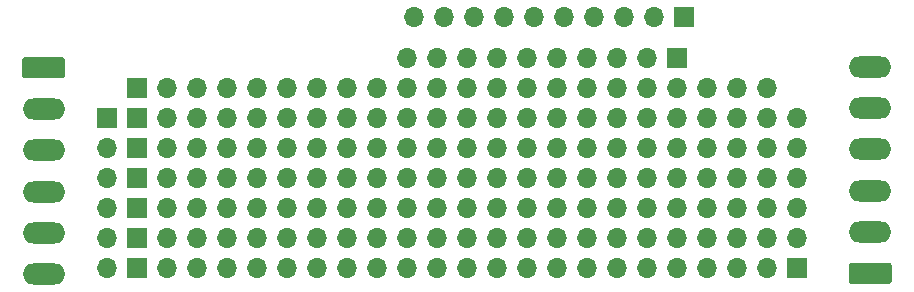
<source format=gbr>
G04 #@! TF.GenerationSoftware,KiCad,Pcbnew,(5.1.4)-1*
G04 #@! TF.CreationDate,2022-11-05T07:13:54+01:00*
G04 #@! TF.ProjectId,REG1-App-Universal,52454731-2d41-4707-902d-556e69766572,V00.02*
G04 #@! TF.SameCoordinates,Original*
G04 #@! TF.FileFunction,Copper,L1,Top*
G04 #@! TF.FilePolarity,Positive*
%FSLAX46Y46*%
G04 Gerber Fmt 4.6, Leading zero omitted, Abs format (unit mm)*
G04 Created by KiCad (PCBNEW (5.1.4)-1) date 2022-11-05 07:13:54*
%MOMM*%
%LPD*%
G04 APERTURE LIST*
%ADD10O,1.700000X1.700000*%
%ADD11R,1.700000X1.700000*%
%ADD12O,3.600000X1.800000*%
%ADD13C,0.100000*%
%ADD14C,1.800000*%
G04 APERTURE END LIST*
D10*
X137780000Y-115560000D03*
X135240000Y-115560000D03*
X132700000Y-115560000D03*
X130160000Y-115560000D03*
X127620000Y-115560000D03*
X125080000Y-115560000D03*
X122540000Y-115560000D03*
X120000000Y-115560000D03*
X117460000Y-115560000D03*
X114920000Y-115560000D03*
X112380000Y-115560000D03*
X109840000Y-115560000D03*
X107300000Y-115560000D03*
X104760000Y-115560000D03*
X102220000Y-115560000D03*
X99680000Y-115560000D03*
X97140000Y-115560000D03*
X94600000Y-115560000D03*
X92060000Y-115560000D03*
X89520000Y-115560000D03*
X86980000Y-115560000D03*
D11*
X84440000Y-115560000D03*
D10*
X137780000Y-100320000D03*
X135240000Y-100320000D03*
X132700000Y-100320000D03*
X130160000Y-100320000D03*
X127620000Y-100320000D03*
X125080000Y-100320000D03*
X122540000Y-100320000D03*
X120000000Y-100320000D03*
X117460000Y-100320000D03*
X114920000Y-100320000D03*
X112380000Y-100320000D03*
X109840000Y-100320000D03*
X107300000Y-100320000D03*
X104760000Y-100320000D03*
X102220000Y-100320000D03*
X99680000Y-100320000D03*
X97140000Y-100320000D03*
X94600000Y-100320000D03*
X92060000Y-100320000D03*
X89520000Y-100320000D03*
X86980000Y-100320000D03*
D11*
X84440000Y-100320000D03*
D10*
X137780000Y-102860000D03*
X135240000Y-102860000D03*
X132700000Y-102860000D03*
X130160000Y-102860000D03*
X127620000Y-102860000D03*
X125080000Y-102860000D03*
X122540000Y-102860000D03*
X120000000Y-102860000D03*
X117460000Y-102860000D03*
X114920000Y-102860000D03*
X112380000Y-102860000D03*
X109840000Y-102860000D03*
X107300000Y-102860000D03*
X104760000Y-102860000D03*
X102220000Y-102860000D03*
X99680000Y-102860000D03*
X97140000Y-102860000D03*
X94600000Y-102860000D03*
X92060000Y-102860000D03*
X89520000Y-102860000D03*
X86980000Y-102860000D03*
D11*
X84440000Y-102860000D03*
D10*
X137780000Y-105400000D03*
X135240000Y-105400000D03*
X132700000Y-105400000D03*
X130160000Y-105400000D03*
X127620000Y-105400000D03*
X125080000Y-105400000D03*
X122540000Y-105400000D03*
X120000000Y-105400000D03*
X117460000Y-105400000D03*
X114920000Y-105400000D03*
X112380000Y-105400000D03*
X109840000Y-105400000D03*
X107300000Y-105400000D03*
X104760000Y-105400000D03*
X102220000Y-105400000D03*
X99680000Y-105400000D03*
X97140000Y-105400000D03*
X94600000Y-105400000D03*
X92060000Y-105400000D03*
X89520000Y-105400000D03*
X86980000Y-105400000D03*
D11*
X84440000Y-105400000D03*
D10*
X137780000Y-107940000D03*
X135240000Y-107940000D03*
X132700000Y-107940000D03*
X130160000Y-107940000D03*
X127620000Y-107940000D03*
X125080000Y-107940000D03*
X122540000Y-107940000D03*
X120000000Y-107940000D03*
X117460000Y-107940000D03*
X114920000Y-107940000D03*
X112380000Y-107940000D03*
X109840000Y-107940000D03*
X107300000Y-107940000D03*
X104760000Y-107940000D03*
X102220000Y-107940000D03*
X99680000Y-107940000D03*
X97140000Y-107940000D03*
X94600000Y-107940000D03*
X92060000Y-107940000D03*
X89520000Y-107940000D03*
X86980000Y-107940000D03*
D11*
X84440000Y-107940000D03*
D10*
X137780000Y-110480000D03*
X135240000Y-110480000D03*
X132700000Y-110480000D03*
X130160000Y-110480000D03*
X127620000Y-110480000D03*
X125080000Y-110480000D03*
X122540000Y-110480000D03*
X120000000Y-110480000D03*
X117460000Y-110480000D03*
X114920000Y-110480000D03*
X112380000Y-110480000D03*
X109840000Y-110480000D03*
X107300000Y-110480000D03*
X104760000Y-110480000D03*
X102220000Y-110480000D03*
X99680000Y-110480000D03*
X97140000Y-110480000D03*
X94600000Y-110480000D03*
X92060000Y-110480000D03*
X89520000Y-110480000D03*
X86980000Y-110480000D03*
D11*
X84440000Y-110480000D03*
D10*
X137780000Y-113020000D03*
X135240000Y-113020000D03*
X132700000Y-113020000D03*
X130160000Y-113020000D03*
X127620000Y-113020000D03*
X125080000Y-113020000D03*
X122540000Y-113020000D03*
X120000000Y-113020000D03*
X117460000Y-113020000D03*
X114920000Y-113020000D03*
X112380000Y-113020000D03*
X109840000Y-113020000D03*
X107300000Y-113020000D03*
X104760000Y-113020000D03*
X102220000Y-113020000D03*
X99680000Y-113020000D03*
X97140000Y-113020000D03*
X94600000Y-113020000D03*
X92060000Y-113020000D03*
X89520000Y-113020000D03*
X86980000Y-113020000D03*
D11*
X84440000Y-113020000D03*
D10*
X140320000Y-102860000D03*
X140320000Y-105400000D03*
X140320000Y-107940000D03*
X140320000Y-110480000D03*
X140320000Y-113020000D03*
D11*
X140320000Y-115560000D03*
D10*
X107300000Y-97780000D03*
X109840000Y-97780000D03*
X112380000Y-97780000D03*
X114920000Y-97780000D03*
X117460000Y-97780000D03*
X120000000Y-97780000D03*
X122540000Y-97780000D03*
X125080000Y-97780000D03*
X127620000Y-97780000D03*
D11*
X130160000Y-97780000D03*
D10*
X81900000Y-115560000D03*
X81900000Y-113020000D03*
X81900000Y-110480000D03*
X81900000Y-107940000D03*
X81900000Y-105400000D03*
D11*
X81900000Y-102860000D03*
D10*
X107900000Y-94300000D03*
X110440000Y-94300000D03*
X112980000Y-94300000D03*
X115520000Y-94300000D03*
X118060000Y-94300000D03*
X120600000Y-94300000D03*
X123140000Y-94300000D03*
X125680000Y-94300000D03*
X128220000Y-94300000D03*
D11*
X130760000Y-94300000D03*
D12*
X146500000Y-98500000D03*
X146500000Y-102000000D03*
X146500000Y-105500000D03*
X146500000Y-109000000D03*
X146500000Y-112500000D03*
D13*
G36*
X148074504Y-115101204D02*
G01*
X148098773Y-115104804D01*
X148122571Y-115110765D01*
X148145671Y-115119030D01*
X148167849Y-115129520D01*
X148188893Y-115142133D01*
X148208598Y-115156747D01*
X148226777Y-115173223D01*
X148243253Y-115191402D01*
X148257867Y-115211107D01*
X148270480Y-115232151D01*
X148280970Y-115254329D01*
X148289235Y-115277429D01*
X148295196Y-115301227D01*
X148298796Y-115325496D01*
X148300000Y-115350000D01*
X148300000Y-116650000D01*
X148298796Y-116674504D01*
X148295196Y-116698773D01*
X148289235Y-116722571D01*
X148280970Y-116745671D01*
X148270480Y-116767849D01*
X148257867Y-116788893D01*
X148243253Y-116808598D01*
X148226777Y-116826777D01*
X148208598Y-116843253D01*
X148188893Y-116857867D01*
X148167849Y-116870480D01*
X148145671Y-116880970D01*
X148122571Y-116889235D01*
X148098773Y-116895196D01*
X148074504Y-116898796D01*
X148050000Y-116900000D01*
X144950000Y-116900000D01*
X144925496Y-116898796D01*
X144901227Y-116895196D01*
X144877429Y-116889235D01*
X144854329Y-116880970D01*
X144832151Y-116870480D01*
X144811107Y-116857867D01*
X144791402Y-116843253D01*
X144773223Y-116826777D01*
X144756747Y-116808598D01*
X144742133Y-116788893D01*
X144729520Y-116767849D01*
X144719030Y-116745671D01*
X144710765Y-116722571D01*
X144704804Y-116698773D01*
X144701204Y-116674504D01*
X144700000Y-116650000D01*
X144700000Y-115350000D01*
X144701204Y-115325496D01*
X144704804Y-115301227D01*
X144710765Y-115277429D01*
X144719030Y-115254329D01*
X144729520Y-115232151D01*
X144742133Y-115211107D01*
X144756747Y-115191402D01*
X144773223Y-115173223D01*
X144791402Y-115156747D01*
X144811107Y-115142133D01*
X144832151Y-115129520D01*
X144854329Y-115119030D01*
X144877429Y-115110765D01*
X144901227Y-115104804D01*
X144925496Y-115101204D01*
X144950000Y-115100000D01*
X148050000Y-115100000D01*
X148074504Y-115101204D01*
X148074504Y-115101204D01*
G37*
D14*
X146500000Y-116000000D03*
D12*
X76500000Y-116100000D03*
X76500000Y-112600000D03*
X76500000Y-109100000D03*
X76500000Y-105600000D03*
X76500000Y-102100000D03*
D13*
G36*
X78074504Y-97701204D02*
G01*
X78098773Y-97704804D01*
X78122571Y-97710765D01*
X78145671Y-97719030D01*
X78167849Y-97729520D01*
X78188893Y-97742133D01*
X78208598Y-97756747D01*
X78226777Y-97773223D01*
X78243253Y-97791402D01*
X78257867Y-97811107D01*
X78270480Y-97832151D01*
X78280970Y-97854329D01*
X78289235Y-97877429D01*
X78295196Y-97901227D01*
X78298796Y-97925496D01*
X78300000Y-97950000D01*
X78300000Y-99250000D01*
X78298796Y-99274504D01*
X78295196Y-99298773D01*
X78289235Y-99322571D01*
X78280970Y-99345671D01*
X78270480Y-99367849D01*
X78257867Y-99388893D01*
X78243253Y-99408598D01*
X78226777Y-99426777D01*
X78208598Y-99443253D01*
X78188893Y-99457867D01*
X78167849Y-99470480D01*
X78145671Y-99480970D01*
X78122571Y-99489235D01*
X78098773Y-99495196D01*
X78074504Y-99498796D01*
X78050000Y-99500000D01*
X74950000Y-99500000D01*
X74925496Y-99498796D01*
X74901227Y-99495196D01*
X74877429Y-99489235D01*
X74854329Y-99480970D01*
X74832151Y-99470480D01*
X74811107Y-99457867D01*
X74791402Y-99443253D01*
X74773223Y-99426777D01*
X74756747Y-99408598D01*
X74742133Y-99388893D01*
X74729520Y-99367849D01*
X74719030Y-99345671D01*
X74710765Y-99322571D01*
X74704804Y-99298773D01*
X74701204Y-99274504D01*
X74700000Y-99250000D01*
X74700000Y-97950000D01*
X74701204Y-97925496D01*
X74704804Y-97901227D01*
X74710765Y-97877429D01*
X74719030Y-97854329D01*
X74729520Y-97832151D01*
X74742133Y-97811107D01*
X74756747Y-97791402D01*
X74773223Y-97773223D01*
X74791402Y-97756747D01*
X74811107Y-97742133D01*
X74832151Y-97729520D01*
X74854329Y-97719030D01*
X74877429Y-97710765D01*
X74901227Y-97704804D01*
X74925496Y-97701204D01*
X74950000Y-97700000D01*
X78050000Y-97700000D01*
X78074504Y-97701204D01*
X78074504Y-97701204D01*
G37*
D14*
X76500000Y-98600000D03*
M02*

</source>
